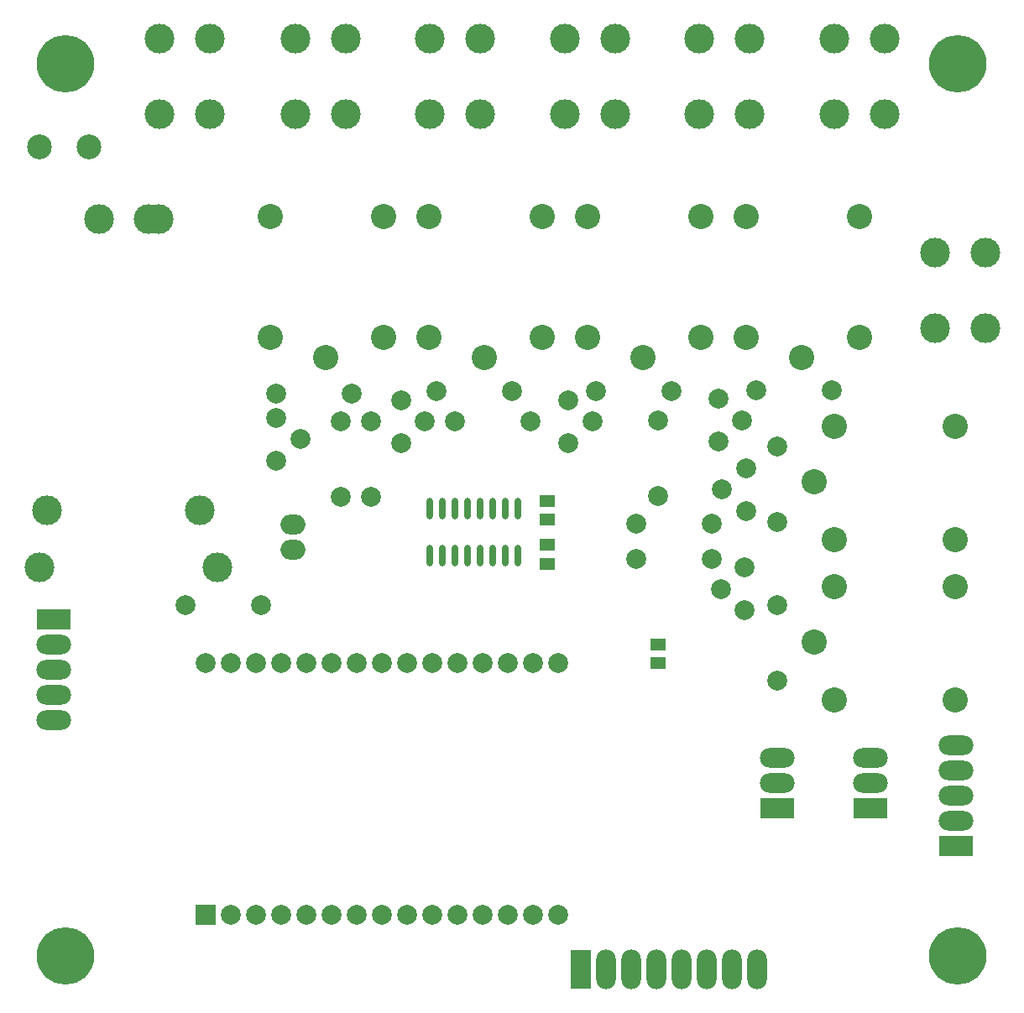
<source format=gbr>
G04*
G04 #@! TF.GenerationSoftware,Altium Limited,Altium Designer,24.3.1 (35)*
G04*
G04 Layer_Color=255*
%FSLAX25Y25*%
%MOIN*%
G70*
G04*
G04 #@! TF.SameCoordinates,1CC19C7B-97DE-4EE6-9EAD-702A75026B31*
G04*
G04*
G04 #@! TF.FilePolarity,Positive*
G04*
G01*
G75*
%ADD19O,0.02362X0.08661*%
%ADD20R,0.05906X0.05118*%
%ADD39C,0.11811*%
%ADD40C,0.07874*%
%ADD41R,0.07874X0.07874*%
%ADD42C,0.10000*%
%ADD43O,0.09843X0.07874*%
%ADD44O,0.13780X0.07874*%
%ADD45R,0.13780X0.07874*%
%ADD46O,0.07874X0.15748*%
%ADD47R,0.07874X0.15748*%
%ADD48O,0.07874X0.15748*%
%ADD49C,0.09843*%
%ADD50C,0.22835*%
D19*
X199500Y197449D02*
D03*
X194500D02*
D03*
X189500D02*
D03*
X184500D02*
D03*
X179500D02*
D03*
X174500D02*
D03*
X169500D02*
D03*
X164500D02*
D03*
X199500Y178551D02*
D03*
X194500D02*
D03*
X189500D02*
D03*
X184500D02*
D03*
X179500D02*
D03*
X174500D02*
D03*
X169500D02*
D03*
X164500D02*
D03*
D20*
X211000Y183000D02*
D03*
Y175520D02*
D03*
Y193000D02*
D03*
Y200480D02*
D03*
X255000Y143500D02*
D03*
Y136020D02*
D03*
D39*
X9378Y173917D02*
D03*
X80244D02*
D03*
X33000Y312500D02*
D03*
X56622D02*
D03*
X385000Y299000D02*
D03*
Y269000D02*
D03*
X365000Y299000D02*
D03*
Y269000D02*
D03*
X12528Y196752D02*
D03*
X73157D02*
D03*
X33000Y312500D02*
D03*
X52685D02*
D03*
X77000Y384000D02*
D03*
Y354000D02*
D03*
X57000Y384000D02*
D03*
Y354000D02*
D03*
X131000Y384000D02*
D03*
Y354000D02*
D03*
X111000Y384000D02*
D03*
Y354000D02*
D03*
X184500Y384000D02*
D03*
Y354000D02*
D03*
X164500Y384000D02*
D03*
Y354000D02*
D03*
X238000Y384000D02*
D03*
Y354000D02*
D03*
X218000Y384000D02*
D03*
Y354000D02*
D03*
X291500Y384000D02*
D03*
Y354000D02*
D03*
X271500Y384000D02*
D03*
Y354000D02*
D03*
X345000Y384000D02*
D03*
Y354000D02*
D03*
X325000Y384000D02*
D03*
Y354000D02*
D03*
D40*
X215500Y136000D02*
D03*
X205500D02*
D03*
X195500D02*
D03*
X185500D02*
D03*
X175500D02*
D03*
X165500D02*
D03*
X155500D02*
D03*
X145500D02*
D03*
X135500D02*
D03*
X125500D02*
D03*
X115500D02*
D03*
X105500D02*
D03*
X95500D02*
D03*
X85500D02*
D03*
X75500D02*
D03*
X215500Y36000D02*
D03*
X205500D02*
D03*
X195500D02*
D03*
X185500D02*
D03*
X175500D02*
D03*
X165500D02*
D03*
X155500D02*
D03*
X145500D02*
D03*
X135500D02*
D03*
X125500D02*
D03*
X115500D02*
D03*
X105500D02*
D03*
X95500D02*
D03*
X85500D02*
D03*
X289500Y174000D02*
D03*
X280000Y165500D02*
D03*
X289500Y157000D02*
D03*
X302500Y159000D02*
D03*
Y129000D02*
D03*
X276500Y177500D02*
D03*
X246500D02*
D03*
X103500Y233500D02*
D03*
X113000Y225000D02*
D03*
X103500Y216500D02*
D03*
X133500Y243000D02*
D03*
X103500D02*
D03*
X129000Y202000D02*
D03*
Y232000D02*
D03*
X153000Y240500D02*
D03*
X162500Y232000D02*
D03*
X153000Y223500D02*
D03*
X141000Y202000D02*
D03*
Y232000D02*
D03*
X197000Y244000D02*
D03*
X167000D02*
D03*
X174500Y232000D02*
D03*
X204500D02*
D03*
X219500Y240500D02*
D03*
X229000Y232000D02*
D03*
X219500Y223500D02*
D03*
X260500Y244000D02*
D03*
X230500D02*
D03*
X255000Y202500D02*
D03*
Y232500D02*
D03*
X279000Y241000D02*
D03*
X288500Y232500D02*
D03*
X279000Y224000D02*
D03*
X324000Y244500D02*
D03*
X294000D02*
D03*
X246500Y191500D02*
D03*
X276500D02*
D03*
X302500Y192000D02*
D03*
Y222000D02*
D03*
X290000Y196500D02*
D03*
X280500Y205000D02*
D03*
X290000Y213500D02*
D03*
X67500Y159000D02*
D03*
X97500D02*
D03*
D41*
X75500Y36000D02*
D03*
D42*
X325000Y166500D02*
D03*
Y121500D02*
D03*
X317000Y144500D02*
D03*
X373000Y166500D02*
D03*
Y121500D02*
D03*
Y185000D02*
D03*
Y230000D02*
D03*
X317000Y208000D02*
D03*
X325000Y185000D02*
D03*
Y230000D02*
D03*
X146000Y313500D02*
D03*
X101000D02*
D03*
X123000Y257500D02*
D03*
X146000Y265500D02*
D03*
X101000D02*
D03*
X209000Y313500D02*
D03*
X164000D02*
D03*
X186000Y257500D02*
D03*
X209000Y265500D02*
D03*
X164000D02*
D03*
X272000Y313500D02*
D03*
X227000D02*
D03*
X249000Y257500D02*
D03*
X272000Y265500D02*
D03*
X227000D02*
D03*
X335000Y313500D02*
D03*
X290000D02*
D03*
X312000Y257500D02*
D03*
X335000Y265500D02*
D03*
X290000D02*
D03*
D43*
X110000Y181000D02*
D03*
Y191000D02*
D03*
D44*
X373500Y73500D02*
D03*
Y83500D02*
D03*
Y93500D02*
D03*
Y103500D02*
D03*
X339500Y88500D02*
D03*
Y98500D02*
D03*
X302500Y88500D02*
D03*
Y98500D02*
D03*
X15000Y143500D02*
D03*
Y133500D02*
D03*
Y123500D02*
D03*
Y113500D02*
D03*
D45*
X373500Y63500D02*
D03*
X339500Y78500D02*
D03*
X302500D02*
D03*
X15000Y153500D02*
D03*
D46*
X264500Y14500D02*
D03*
X244500D02*
D03*
X254500D02*
D03*
X284500D02*
D03*
X274500D02*
D03*
X294500D02*
D03*
D47*
X224500D02*
D03*
D48*
X234500D02*
D03*
D49*
X9315Y341000D02*
D03*
X29000D02*
D03*
D50*
X19685Y19685D02*
D03*
Y374016D02*
D03*
X374016D02*
D03*
Y19685D02*
D03*
M02*

</source>
